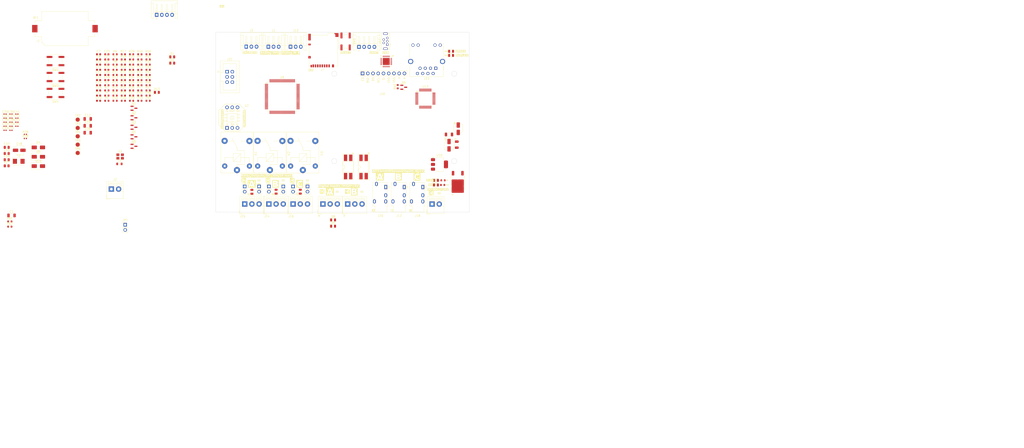
<source format=kicad_pcb>
(kicad_pcb (version 20240108) (generator "pcbnew") (generator_version "8.0")
  (layers (0 "F.Cu" signal) (31 "B.Cu" signal) (34 "B.Paste" user) (35 "F.Paste" user) (36 "B.SilkS" user "B.Silkscreen") (37 "F.SilkS" user "F.Silkscreen") (38 "B.Mask" user) (39 "F.Mask" user) (44 "Edge.Cuts" user))
  (net 0 "")
  (net 1 "GND")
  (net 2 "+12V")
  (net 3 "+5V")
  (net 4 "Net-(D1-A)")
  (net 5 "Net-(D2-A)")
  (net 6 "Net-(D3-A)")
  (net 7 "Net-(J8-Pin_2)")
  (net 8 "Net-(J9-Pin_2)")
  (net 9 "Net-(J17-VBUS)")
  (net 10 "+3.3V")
  (net 11 "+3V3")
  (net 12 "SD_D0")
  (net 13 "rst")
  (net 14 "GND1")
  (net 15 "Net-(U13-XI{slash}CLKIN)")
  (net 16 "Net-(U13-XO)")
  (net 17 "Net-(U13-1V2O)")
  (net 18 "TC")
  (net 19 "Net-(U13-TOCAP)")
  (net 20 "RC")
  (net 21 "RD-")
  (net 22 "Net-(C37-Pad2)")
  (net 23 "RD+")
  (net 24 "DS18B20_DATA")
  (net 25 "Net-(C38-Pad2)")
  (net 26 "0-5V_IN_A")
  (net 27 "Net-(R6-Pad1)")
  (net 28 "DIG_IN_B")
  (net 29 "Net-(R22-Pad1)")
  (net 30 "DIG_IN_A")
  (net 31 "+3.3VA")
  (net 32 "Net-(U9-VDD)")
  (net 33 "Net-(U9-~{DTR})")
  (net 34 "Net-(D4-A)")
  (net 35 "Net-(D5-A)")
  (net 36 "Net-(D6-A)")
  (net 37 "Net-(D7-A)")
  (net 38 "Net-(D8-A)")
  (net 39 "Net-(D9-A)")
  (net 40 "Net-(D10-A)")
  (net 41 "SD_D1")
  (net 42 "Net-(D12-A)")
  (net 43 "Net-(D13-A)")
  (net 44 "Net-(D14-A)")
  (net 45 "Net-(D15-A)")
  (net 46 "LED_A")
  (net 47 "MOSI")
  (net 48 "MISO")
  (net 49 "Net-(J2-Pin_1)")
  (net 50 "Net-(J2-Pin_2)")
  (net 51 "SDA_5V")
  (net 52 "SCL_5V")
  (net 53 "0-5V_IN_B")
  (net 54 "Net-(J14-Pin_1)")
  (net 55 "Net-(J11-Pin_1)")
  (net 56 "Net-(J14-Pin_2)")
  (net 57 "Net-(J15-Pin_1)")
  (net 58 "Net-(J15-Pin_3)")
  (net 59 "Net-(J15-Pin_2)")
  (net 60 "Net-(J16-Pin_3)")
  (net 61 "Net-(J16-Pin_2)")
  (net 62 "Net-(J16-Pin_1)")
  (net 64 "Net-(J17-D+)")
  (net 65 "Net-(J17-D-)")
  (net 67 "Net-(Q1-B)")
  (net 68 "Net-(Q2-B)")
  (net 69 "Net-(Q3-B)")
  (net 70 "D_OUT_C")
  (net 71 "LED_B")
  (net 72 "Net-(R15-Pad1)")
  (net 73 "Net-(R16-Pad1)")
  (net 74 "D_OUT_A")
  (net 75 "D_OUT_B")
  (net 76 "Net-(JP1-B)")
  (net 77 "SD_CMD")
  (net 78 "BOOT_0")
  (net 79 "Net-(U13-TXN)")
  (net 80 "TD-")
  (net 81 "TD+")
  (net 82 "Net-(U13-TXP)")
  (net 83 "Net-(U13-RXN)")
  (net 84 "Net-(U13-RXP)")
  (net 85 "Net-(U13-LINKLED)")
  (net 86 "ETHERNET_LED_A")
  (net 87 "Net-(U13-ACTLED)")
  (net 88 "ETHERNET_LED_B")
  (net 89 "Net-(U13-EXRES1)")
  (net 90 "Net-(U13-SPDLED)")
  (net 91 "Net-(U13-DUPLED)")
  (net 92 "uC_RX")
  (net 93 "uC_TX")
  (net 113 "SD_SCK")
  (net 115 "ETH_INT")
  (net 127 "Net-(BT1-+)")
  (net 128 "BUTTON_IN")
  (net 129 "Net-(U6-PH0)")
  (net 130 "Net-(U6-PH1)")
  (net 131 "Net-(J1-Pin_2)")
  (net 132 "Net-(U2-Out)")
  (net 134 "SD_D2")
  (net 135 "SD_D3")
  (net 136 "Net-(J13-Pin_2)")
  (net 137 "SCK")
  (net 138 "SDA_1")
  (net 139 "SCL_1")
  (net 140 "5V_voltage_detect")
  (net 141 "Net-(U6-PC13)")
  (net 142 "IN_voltage_detect")
  (net 143 "PRESSURE_IN")
  (net 144 "SD_DET")
  (net 147 "SDA_2")
  (net 148 "ETH_RST")
  (net 150 "SDA_3")
  (net 152 "SCL_2")
  (net 157 "CURRENT_SENSOR_SUPPLY_1.65V")
  (net 166 "Net-(D11-A)")
  (net 167 "DISPLAY_SCL")
  (net 168 "DISPLAY_CS")
  (net 169 "DISPLAY_RSE")
  (net 170 "DISPLAY_SI")
  (net 171 "DISPLAY_RS")
  (net 172 "Net-(J10-Pin_9)")
  (net 173 "Net-(Q6-B)")
  (net 174 "DISPLAY_BG_LED")
  (net 175 "ETH_CS")
  (net 176 "SCL_3")
  (net 180 "SD_CS")
  (net 187 "DAC_0-10V")
  (net 194 "CURRENT_SENSOR_B")
  (net 200 "CURRENT_SENSOR_C")
  (net 208 "CURRENT_SENSOR_A")
  (footprint "Connector_PinHeader_2.54mm:PinHeader_1x02_P2.54mm_Vertical" (layer "F.Cu") (at 177.75 112.475)
    (property "Reference" "J11")
    (property "Value" "GND")
  )
  (footprint "Capacitor_SMD:C_1206_3216Metric" (layer "F.Cu") (at 82.7475 82.98)
    (property "Reference" "C18")
    (property "Value" "C100nF")
  )
  (footprint "Connector_PinHeader_2.54mm:PinHeader_1x02_P2.54mm_Vertical" (layer "F.Cu") (at 170.75 112.46)
    (property "Reference" "J6")
    (property "Value" "VIN")
  )
  (footprint "Resistor_SMD:R_0603_1608Metric" (layer "F.Cu") (at 100.0575 63.27)
    (property "Reference" "R23")
    (property "Value" "R330")
  )
  (footprint "Resistor_SMD:R_0603_1608Metric" (layer "F.Cu") (at 96.0475 70.8)
    (property "Reference" "R16")
    (property "Value" "R620")
  )
  (footprint "Button_Switch_SMD:SW_Push_1P1T_NO_CK_KSC7xxJ" (layer "F.Cu") (at 67.1 51.5)
    (property "Reference" "SW1")
    (property "Value" "SET")
  )
  (footprint "Capacitor_SMD:CP_Elec_4x5.4" (layer "F.Cu") (at 49.4975 94.88)
    (property "Reference" "C48")
    (property "Value" "C_330nF")
  )
  (footprint "Resistor_SMD:R_0603_1608Metric" (layer "F.Cu") (at 104.0675 48.21)
    (property "Reference" "R29")
    (property "Value" "R1k")
  )
  (footprint "Inductor_SMD:L_0805_2012Metric" (layer "F.Cu") (at 98.1475 101.5)
    (property "Reference" "L1")
    (property "Value" "L600OHM")
  )
  (footprint "Resistor_SMD:R_0603_1608Metric" (layer "F.Cu") (at 108.0775 50.72)
    (property "Reference" "R41")
    (property "Value" "R33")
  )
  (footprint "Capacitor_SMD:C_0402_1005Metric" (layer "F.Cu") (at 45.4775 81.23)
    (property "Reference" "C38")
    (property "Value" "C6.8nF")
  )
  (footprint "Package_QFP:LQFP-48_7x7mm_P0.5mm" (layer "F.Cu") (at 246.75 69.75)
    (property "Reference" "U13")
    (property "Value" "W5500")
  )
  (footprint "Resistor_SMD:R_0603_1608Metric" (layer "F.Cu") (at 96.0475 58.25)
    (property "Reference" "R11")
    (property "Value" "R330")
  )
  (footprint "TerminalBlock_4Ucon:TerminalBlock_4Ucon_1x03_P3.50mm_Vertical" (layer "F.Cu") (at 170.75 121)
    (property "Reference" "J14")
    (property "Value" "RELAY_OUT_B")
  )
  (footprint "Resistor_SMD:R_0603_1608Metric" (layer "F.Cu") (at 108.0775 68.29)
    (property "Reference" "R48")
    (property "Value" "R1k")
  )
  (footprint "Crystal:Crystal_SMD_5032-2Pin_5.0x3.2mm" (layer "F.Cu") (at 49.2475 100.23)
    (property "Reference" "Y2")
    (property "Value" "Crystal")
  )
  (footprint "LED_SMD:LED_0805_2012Metric" (layer "F.Cu") (at 174.25 115 90)
    (property "Reference" "D6")
    (property "Value" "LED_OUT_B")
  )
  (footprint "Resistor_SMD:R_0603_1608Metric" (layer "F.Cu") (at 233.3125 63.95 90)
    (property "Reference" "R60")
    (property "Value" "R2.2k")
  )
  (footprint "Resistor_SMD:R_0603_1608Metric" (layer "F.Cu") (at 112.0875 53.23)
    (property "Reference" "R52")
    (property "Value" "R49.9")
  )
  (footprint "Package_TO_SOT_SMD:SOT-223-3_TabPin2" (layer "F.Cu") (at 253.6 101.75)
    (property "Reference" "U10")
    (property "Value" "AMS1117-3.3")
  )
  (footprint "Resistor_SMD:R_0603_1608Metric" (layer "F.Cu") (at 100.0575 58.25)
    (property "Reference" "R21")
    (property "Value" "R10k")
  )
  (footprint "TestPoint:TestPoint_Pad_D2.0mm" (layer "F.Cu") (at 77.8975 92.13)
    (property "Reference" "TP5")
    (property "Value" "GND")
  )
  (footprint "Resistor_SMD:R_0603_1608Metric" (layer "F.Cu") (at 96.0475 63.27)
    (property "Reference" "R13")
    (property "Value" "R10k")
  )
  (footprint "Resistor_SMD:R_0603_1608Metric" (layer "F.Cu") (at 100.0575 70.8)
    (property "Reference" "R26")
    (property "Value" "R10k")
  )
  (footprint "Diode_SMD:D_SMA" (layer "F.Cu") (at 58.7925 93.49)
    (property "Reference" "D4")
    (property "Value" "D")
  )
  (footprint "Connector_Audio:Jack_3.5mm_PJ320E_Horizontal" (layer "F.Cu") (at 245.5 112.75 180)
    (property "Reference" "J18")
    (property "Value" "AudioJack4_Ground")
  )
  (footprint "Connector_PinHeader_2.54mm:PinHeader_1x02_P2.54mm_Vertical" (layer "F.Cu") (at 166 112.46)
    (property "Reference" "J24")
    (property "Value" "GND")
  )
  (footprint "Resistor_SMD:R_0603_1608Metric" (layer "F.Cu") (at 108.0775 53.23)
    (property "Reference" "R42")
    (property "Value" "R33")
  )
  (footprint "Connector_JST:JST_EH_S3B-EH_1x03_P2.50mm_Horizontal" (layer "F.Cu") (at 181.25 44.5325)
    (property "Reference" "J13")
    (property "Value" "0-5V_ANALOG_IN_B")
  )
  (footprint "Package_TO_SOT_SMD:TO-252-2" (layer "F.Cu") (at 262.475 111.065 -90)
    (property "Reference" "U1")
    (property "Value" "LM78M05_TO252")
  )
  (footprint "Capacitor_SMD:C_0603_1608Metric" (layer "F.Cu") (at 88.0275 58.25)
    (property "Reference" "C13")
    (property "Value" "C100nF")
  )
  (footprint "TerminalBlock_4Ucon:TerminalBlock_4Ucon_1x03_P3.50mm_Vertical" (layer "F.Cu") (at 197 121)
    (property "Reference" "J8")
    (property "Value" "12-24V_IN_A")
  )
  (footprint "Resistor_SMD:R_0603_1608Metric" (layer "F.Cu") (at 108.0775 65.78)
    (property "Reference" "R47")
    (property "Value" "R10")
  )
  (footprint "Capacitor_SMD:C_1206_3216Metric" (layer "F.Cu") (at 82.7475 86.33)
    (property "Reference" "C28")
    (property "Value" "C1nF")
  )
  (footprint "Capacitor_SMD:C_0603_1608Metric" (layer "F.Cu") (at 88.0275 65.78)
    (property "Reference" "C16")
    (property "Value" "C100nF")
  )
  (footprint "Relay_THT:Relay_SPDT_SANYOU_SRD_Series_Form_C" (layer "F.Cu") (at 187.25 104.5 90)
    (property "Reference" "K3")
    (property "Value" "SANYOU_SRD_Form_C")
  )
  (footprint "Resistor_SMD:R_0805_2012Metric" (layer "F.Cu") (at 43.3775 102.46)
    (property "Reference" "R27")
    (property "Value" "R120")
  )
  (footprint "Capacitor_SMD:C_1206_3216Metric" (layer "F.Cu") (at 82.7475 79.63)
    (property "Reference" "C12")
    (property "Value" "C100uF")
  )
  (footprint "Connector_PinHeader_2.54mm:PinHeader_1x02_P2.54mm_Vertical" (layer "F.Cu") (at 182.5 112.475)
    (property "Reference" "J22")
    (property "Value" "VIN")
  )
  (footprint "Capacitor_SMD:C_0402_1005Metric" (layer "F.Cu") (at 45.4775 85.17)
    (property "Reference" "C40")
    (property "Value" "C100nF")
  )
  (footprint "MountingHole:MountingHole_3.2mm_M3_DIN965" (layer "F.Cu") (at 149 41.25)
    (property "Reference" "H2" (hide yes))
    (property "Value" "MH")
  )
  (footprint "TerminalBlock_4Ucon:TerminalBlock_4Ucon_1x02_P3.50mm_Vertical" (layer "F.Cu") (at 94.25 113.75)
    (property "Reference" "J2")
    (property "Value" "RS485")
  )
  (footprint "Resistor_SMD:R_0603_1608Metric" (layer "F.Cu") (at 96.0475 48.21)
    (property "Reference" "R6")
    (property "Value" "R470")
  )
  (footprint "Package_TO_SOT_SMD:SOT-23" (layer "F.Cu") (at 105.2175 88.33)
    (property "Reference" "Q4")
    (property "Value" "BSS138")
  )
  (footprint "Resistor_SMD:R_0603_1608Metric" (layer "F.Cu") (at 104.0675 63.27)
    (property "Reference" "R35")
    (property "Value" "R1k")
  )
  (footprint "Resistor_SMD:R_0603_1608Metric" (layer "F.Cu") (at 255.15 111.75)
    (property "Reference" "R10")
    (property "Value" "R330")
  )
  (footprint "Crystal:Crystal_SMD_3225-4Pin_3.2x2.5mm" (layer "F.Cu") (at 98.4975 97.9)
    (property "Reference" "Y3")
    (property "Value" "Crystal_25MHz")
  )
  (footprint "Resistor_SMD:R_0603_1608Metric" (layer "F.Cu") (at 108.0775 48.21)
    (property "Reference" "R40")
    (property "Value" "R33")
  )
  (footprint "Capacitor_SMD:C_0402_1005Metric" (layer "F.Cu") (at 48.3475 81.23)
    (property "Reference" "C43")
    (property "Value" "C100nF")
  )
  (footprint "Battery:BatteryHolder_Keystone_1060_1x2032" (layer "F.Cu") (at 71.6975 35.730467)
    (property "Reference" "BT1")
    (property "Value" "Battery_Cell")
  )
  (footprint "Diode_SMD:D_SMA" (layer "F.Cu") (at 58.7925 102.59)
    (property "Reference" "D15")
    (property "Value" "D")
  )
  (footprint "TerminalBlock_4Ucon:TerminalBlock_4Ucon_1x03_P3.50mm_Vertical" (layer "F.Cu") (at 182.5 121)
    (property "Reference" "J16")
    (property "Value" "RELAY_OUT_C")
  )
  (footprint "Capacitor_SMD:C_0603_1608Metric" (layer "F.Cu") (at 92.0375 55.74)
    (property "Reference" "C34")
    (property "Value" "C22nF")
  )
  (footprint "Capacitor_SMD:CP_Elec_4x5.4" (layer "F.Cu") (at 262.72 84.4 90)
    (property "Reference" "C6")
    (property "Value" "C_330nF")
  )
  (footprint "LED_SMD:LED_0805_2012Metric" (layer "F.Cu") (at 162.5 115.0625 90)
    (property "Reference" "D7")
    (property "Value" "LED_OUT_A")
  )
  (footprint "Capacitor_SMD:C_0603_1608Metric" (layer "F.Cu") (at 92.0375 58.25)
    (property "Reference" "C36")
    (property "Value" "C10nF")
  )
  (footprint "Connector_Audio:Jack_3.5mm_PJ320E_Horizontal" (layer "F.Cu") (at 236.5 112.75 180)
    (property "Reference" "J12")
    (property "Value" "AudioJack4_Ground")
  )
  (footprint "Package_TO_SOT_SMD:SOT-23" (layer "F.Cu") (at 105.2175 79.08)
    (property "Reference" "Q2")
    (property "Value" "MMBT5551L")
  )
  (footprint "Resistor_SMD:R_0402_1005Metric" (layer "F.Cu") (at 52.4775 87.15)
    (property "Reference" "R28")
    (property "Value" "R1M")
  )
  (footprint "Resistor_SMD:R_0603_1608Metric" (layer "F.Cu") (at 96.0475 55.74)
    (property "Reference" "R9")
    (property "Value" "R330")
  )
  (footprint "Resistor_SMD:R_0603_1608Metric" (layer "F.Cu") (at 92.0375 63.27)
    (property "Reference" "R2")
    (property "Value" "R330")
  )
  (footprint "Resistor_SMD:R_0603_1608Metric" (layer "F.Cu") (at 112.0875 60.76)
    (property "Reference" "R55")
    (property "Value" "R1k")
  )
  (footprint "LED_SMD:LED_0805_2012Metric" (layer "F.Cu") (at 201.9375 128.75)
    (property "Reference" "D8")
    (property "Value" "LED_OUT_A")
  )
  (footprint "Resistor_SMD:R_0603_1608Metric" (layer "F.Cu") (at 104.0675 60.76)
    (property "Reference" "R34")
    (property "Value" "R10k")
  )
  (footprint "Package_QFP:LQFP-100_14x14mm_P0.5mm" (layer "F.Cu") (at 177.25 68.75)
    (property "Reference" "U6")
    (property "Value" "STM32F407VGTx")
  )
  (footprint "LED_SMD:LED_0805_2012Metric" (layer "F.Cu") (at 123.8125 49.46)
    (property "Reference" "D1")
    (property "Value" "LED_A")
  )
  (footprint "Resistor_SMD:R_0603_1608Metric" (layer "F.Cu") (at 104.0675 70.8)
    (property "Reference" "R39")
    (property "Value" "R10k")
  )
  (footprint "Capacitor_SMD:C_0402_1005Metric" (layer "F.Cu") (at 45.4775 77.29)
    (property "Reference" "C35")
    (property "Value" "C4.7uF")
  )
  (footprint "Capacitor_SMD:C_0603_1608Metric" (layer "F.Cu") (at 92.0375 60.76)
    (property "Reference" "C49")
    (property "Value" "C100nF")
  )
  (footprint "Resistor_SMD:R_0402_1005Metric" (layer "F.Cu") (at 52.4775 89.14)
    (property "Reference" "R38")
    (property "Value" "R1M")
  )
  (footprint "LED_SMD:LED_0805_2012Metric" (layer "F.Cu") (at 186 115 90)
    (property "Reference" "D14")
    (property "Value" "LED_OUT_C")
  )
  (footprint "TestPoint:TestPoint_Pad_D2.0mm" (layer "F.Cu") (at 77.8975 96.18)
    (property "Reference" "TP6")
    (property "Value" "3.3V")
  )
  (footprint "Capacitor_SMD:C_0402_1005Metric" (layer "F.Cu") (at 42.6075 79.26)
    (property "Reference" "C21")
    (property "Value" "C22pF")
  )
  (footprint "Resistor_SMD:R_0603_1608Metric" (layer "F.Cu") (at 100.0575 48.21)
    (property "Reference" "R17")
    (property "Value" "R2.2k")
  )
  (footprint "Capacitor_SMD:C_0603_1608Metric" (layer "F.Cu") (at 88.0275 60.76)
    (property "Reference" "C14")
    (property "Value" "C100nF")
  )
  (footprint "Resistor_SMD:R_0603_1608Metric" (layer "F.Cu") (at 255.325 109.5)
    (property "Reference" "R1")
    (property "Value" "R330")
  )
  (footprint "LED_SMD:LED_0805_2012Metric" (layer "F.Cu") (at 259.25 46.75)
    (property "Reference" "D10")
    (property "Value" "LED_SPD")
  )
  (footprint "Resistor_SMD:R_0603_1608Metric" (layer "F.Cu") (at 44.925 129.49)
    (property "Reference" "R61")
    (property "Value" "R1k")
  )
  (footprint "Capacitor_SMD:C_0805_2012Metric" (layer "F.Cu") (at 43.3975 99.48)
    (property "Reference" "C50")
    (property "Value" "C10uF")
  )
  (footprint "Capacitor_SMD:C_0402_1005Metric" (layer "F.Cu") (at 48.3475 83.2)
    (property "Reference" "C44")
    (property "Value" "C100nF")
  )
  (footprint "Capacitor_SMD:C_0402_1005Metric" (layer "F.Cu") (at 42.6075 81.23)
    (property "Reference" "C29")
    (property "Value" "C18pF")
  )
  (footprint "Resistor_SMD:R_0603_1608Metric" (layer "F.Cu") (at 92.0375 65.78)
    (property "Reference" "R3")
    (property "Value" "R2.2k")
  )
  (footprint "TestPoint:TestPoint_Pad_D2.0mm" (layer "F.Cu") (at 77.8975 84.03)
    (property "Reference" "TP3")
    (property "Value" "RX")
  )
  (footprint "TerminalBlock_4Ucon:TerminalBlock_4Ucon_1x03_P3.50mm_Vertical" (layer "F.Cu") (at 209 121)
    (property "Reference" "J9")
    (property "Value" "12-24V_IN_B")
  )
  (footprint "Capacitor_SMD:C_0805_2012Metric" (layer "F.Cu") (at 43.3975 93.46)
    (property "Reference" "C32")
    (property "Value" "C10uF")
  )
  (footprint "Resistor_SMD:R_0603_1608Metric" (layer "F.Cu") (at 112.0875 58.25)
    (property "Reference" "R54")
    (property "Value" "R330")
  )
  (footprint "Resistor_SMD:R_0603_1608Metric" (layer "F.Cu") (at 92.0375 68.29)
    (property "Reference" "R4")
    (property "Value" "R10k")
  )
  (footprint "Resistor_SMD:R_0603_1608Metric" (layer "F.Cu") (at 96.0475 68.29)
    (property "Reference" "R15")
    (property "Value" "R330")
  )
  (footprint "Package_DIP:DIP-4_W8.89mm_SMDSocket_LongPads" (layer "F.Cu") (at 209.25 102.99 90)
    (property "Reference" "U4")
    (property "Value" "EL817")
  )
  (footprint "Capacitor_SMD:C_1206_3216Metric" (layer "F.Cu") (at 258.22 87.2)
    (property "Reference" "C4")
    (property "Value" "C100nF")
  )
  (footprint "Diode_SMD:D_SMA" (layer "F.Cu") (at 58.7925 98.04)
    (property "Reference" "D5")
    (property "Value" "D")
  )
  (footprint "Capacitor_SMD:C_0603_1608Metric" (layer "F.Cu") (at 92.0375 48.21)
    (property "Reference" "C23")
    (property "Value" "C100nF")
  )
  (footprint "Resistor_SMD:R_0603_1608Metric" (layer "F.Cu") (at 112.0875 65.78)
    (property "Reference" "R57")
    (property "Value" "R1k")
  )
  (footprint "Connector_PinHeader_2.54mm:PinHeader_1x02_P2.54mm_Vertical" (layer "F.Cu") (at 189.5 112.46)
    (property "Reference" "J19")
    (property "Value" "GND")
  )
  (footprint "Resistor_SMD:R_0603_1608Metric" (layer "F.Cu") (at 104.0675 58.25)
    (property "Reference" "R33")
    (property "Value" "R10k")
  )
  (footprint "Relay_THT:Relay_SPDT_SANYOU_SRD_Series_Form_C" (layer "F.Cu") (at 171.25 104.5 90)
    (property "Reference" "K2")
    (property "Value" "SANYOU_SRD_Form_C")
  )
  (footprint "LED_SMD:LED_0805_2012Metric" (layer "F.Cu") (at 201.9375 131.79)
    (property "Reference" "D9")
    (property "Value" "LED_OUT_B")
  )
  (footprint "LED_SMD:LED_0805_2012Metric" (layer "F.Cu") (at 123.8125 52.5)
    (property "Reference" "D3")
    (property "Value" "LED_B")
  )
  (footprint "Capacitor_SMD:C_0603_1608Metric" (layer "F.Cu") (at 88.0275 70.8)
    (property "Reference" "C19")
    (property "Value" "C100nF")
  )
  (footprint "Capacitor_SMD:C_0402_1005Metric" (layer "F.Cu") (at 45.4775 79.26)
    (property "Reference" "C37")
    (property "Value" "C6.8nF")
  )
  (footprint "Resistor_SMD:R_0603_1608Metric" (layer "F.Cu") (at 104.0675 68.29)
    (property "Reference" "R37")
    (property "Value" "R10k")
  )
  (footprint "Resistor_SMD:R_0603_1608Metric" (layer "F.Cu") (at 112.0875 50.72)
    (property "Reference" "R51")
    (property "Value" "R49.9")
  )
  (footprint "Display:GMG12864_06D" (layer "F.Cu") (at 231.51 78.92)
    (property "Reference" "J10")
    (property "Value" "LCD")
    (fp_circle (center -29 -21.25) (end -27.75 -21.25) (stroke (width 0.1)) (fill none) (layer "Edge.Cuts"))
    (fp_circle (center -29 21.25) (end -27.75 21.25) (stroke (width 0.1)) (fill none) (layer "Edge.Cuts"))
    (fp_circle (center 29.25 -21.25) (end 30.5 -21.25) (stroke (width 0.1)) (fill none) (layer "Edge.Cuts"))
    (fp_circle (center 29.25 21.25) (end 30.5 21.25) (stroke (width 0.1)) (fill none) (layer "Edge.Cuts"))
  )
  (footprint "Resistor_SMD:R_0603_1608Metric" (layer "F.Cu") (at 112.0875 48.21)
    (property "Reference" "R50")
    (property "Value" "R49.9")
  )
  (footprint "MountingHole:MountingHole_3.2mm_M3_DIN965" (layer "F.Cu") (at 264 41.25)
    (property "Reference" "H5" (hide yes))
    (property "Value" "MH")
  )
  (footprint "Resistor_SMD:R_0603_1608Metric" (layer "F.Cu") (at 100.0575 68.29)
    (property "Reference" "R25")
    (property "Value" "R4.7k")
  )
  (footprint "Resistor_SMD:R_0603_1608Metric" (layer "F.Cu") (at 96.0475 60.76)
    (property "Reference" "R12")
    (property "Value" "R10k")
  )
  (footprint "Capacitor_SMD:C_0603_1608Metric" (layer "F.Cu") (at 88.0275 68.29)
    (property "Reference" "C17")
    (property "Value" "C100nF")
  )
  (footprint "Resistor_SMD:R_0603_1608Metric" (layer "F.Cu") (at 100.0575 55.74)
    (property "Reference" "R20")
    (property "Value" "R330")
  )
  (footprint "Connector_JST:JST_EH_S4B-EH_1x04_P2.50mm_Horizontal" (layer "F.Cu") (at 116.25 29.0325)
    (property "Reference" "J5" (hide yes))
    (property "Value" "I2C")
  )
  (footprint "Resistor_SMD:R_0603_1608Metric" (layer "F.Cu") (at 108.0775 63.27)
    (property "Reference" "R46")
    (property "Value" "R12K4")
  )
  (footprint "Resistor_SMD:R_0603_1608Metric" (layer "F.Cu") (at 112.0875 68.29)
    (property "Reference" "R58")
    (property "Value" "R1k")
  )
  (footprint "Resistor_SMD:R_0603_1608Metric" (layer "F.Cu") (at 108.0775 55.74)
    (property "Reference" "R43")
    (property "Value" "R33")
  )
  (footprint "TerminalBlock_4Ucon:TerminalBlock_4Ucon_1x03_P3.50mm_Vertical" (layer "F.Cu") (at 159 121)
    (property "Reference" "J15")
    (property "Value" "RELAY_OUT_A")
  )
  (footprint "Resistor_SMD:R_0603_1608Metric" (layer "F.Cu") (at 108.0775 70.8)
    (property "Reference" "R49")
    (property "Value" "R49.9")
  )
  (footprint "Resistor_SMD:R_0603_1608Metric" (layer "F.Cu") (at 108.0775 60.76)
    (property "Reference" "R45")
    (property "Value" "R330")
  )
  (footprint "Connector_JST:JST_EH_S4B-EH_1x04_P2.50mm_Horizontal" (layer "F.Cu") (at 214.5 44.6)
    (property "Reference" "J5" (hide yes))
    (property "Value" "I2C")
  )
  (footprint "Package_TO_SOT_SMD:SOT-23" (layer "F.Cu") (at 105.2175 83.705)
    (property "Reference" "Q3")
    (property "Value" "MMBT5551L")
  )
  (footprint "Sensor_Pressure:XGZP6847A" (layer "F.Cu") (at 152.96 79.08)
    (property "Reference" "U2")
    (property "Value" "~")
  )
  (footprint "LED_SMD:LED_0805_2012Metric" (layer "F.Cu") (at 251.9 111.75)
    (property "Reference" "D2")
    (property "Value" "LED_PWR")
  )
  (footprint "Capacitor_SMD:C_0805_2012Metric" (layer "F.Cu") (at 43.3975 96.47)
    (property "Reference" "C45")
    (property "Value" "C10uF")
  )
  (footprint "Capacitor_SMD:C_0603_1608Metric" (layer "F.Cu") (at 92.0375 53.23)
    (property "Reference" "C31")
    (property "Value" "C100nF")
  )
  (footprint "LED_SMD:LED_0805_2012Metric" (layer "F.Cu") (at 251.9 109.5)
    (property "Reference" "D11")
    (property "Value" "LED_3.3V_PWR")
  )
  (footprint "Capacitor_SMD:C_0603_1608Metric" (layer "F.Cu") (at 88.0275 53.23)
    (property "Reference" "C10")
    (property "Value" "C100nF")
  )
  (footprint "Connector_USB:USB_Mini-B_Tensility_54-00023_Vertical" (layer "F.Cu") (at 228.25 43.4675 90)
    (property "Reference" "J17")
    (property "Value" "USB_B_Mini")
  )
  (footprint "Package_DFN_QFN:QFN-28-1EP_5x5mm_P0.5mm_EP3.35x3.35mm" (layer "F.Cu") (at 227.75 51.7)
    (property "Reference" "U9")
    (property "Value" "CP2102N-A01-GQFN28")
  )
  (footprint "Capacitor_SMD:C_0603_1608Metric" (layer "F.Cu") (at 88.0275 48.21)
    (property "Reference" "C7")
    (property "Value" "C100nF")
  )
  (footprint "Capacitor_SMD:C_0402_1005Metric" (layer "F.Cu") (at 42.6075 83.2)
    (property "Reference" "C30")
    (property "Value" "C18pF")
  )
  (footprint "Package_TO_SOT_SMD:SOT-23" (layer "F.Cu") (at 105.2175 74.455)
    (property "Reference" "Q1")
    (property "Value" "MMBT5551L")
  )
  (footprint "Resistor_SMD:R_0603_1608Metric" (layer "F.Cu") (at 112.0875 55.74)
    (property "Reference" "R53")
    (property "Value" "R330")
  )
  (footprint "Capacitor_SMD:C_1206_3216Metric" (layer "F.Cu") (at 262 92.15 -90)
    (property "Reference" "C5")
    (property "Value" "C100nF")
  )
  (footprint "Capacitor_SMD:C_0402_1005Metric" (layer "F.Cu") (at 42.6075 85.17)
    (property "Reference" "C33")
    (property "Value" "C10nF")
  )
  (footprint "Resistor_SMD:R_0603_1608Metric" (layer "F.Cu") (at 104.0675 53.23)
    (property "Reference" "R31")
    (property "Value" "R10k")
  )
  (footprint "TerminalBlock_4Ucon:TerminalBlock_4Ucon_1x02_P3.50mm_Vertical" (layer "F.Cu") (at 250 121.045)
    (property "Reference" "J4" (hide yes))
    (property "Value" "12-24V")
  )
  (footprint "Resistor_SMD:R_0603_1608Metric" (layer "F.Cu") (at 108.0775 58.25)
    (property "Reference" "R44")
    (property "Value" "R330")
  )
  (footprint "Capacitor_SMD:C_0603_1608Metric" (layer "F.Cu") (at 92.0375 50.72)
    (property "Reference" "C27")
    (property "Value" "C100nF")
  )
  (footprint "Capacitor_SMD:C_0402_1005Metric" (layer "F.Cu") (at 48.3475 79.26)
    (property "Reference" "C42")
    (property "Value" "C100nF")
  )
  (footprint "Resistor_SMD:R_0603_1608Metric" (layer "F.Cu") (at 104.0675 65.78)
    (property "Reference" "R36")
    (property "Value" "R10k")
  )
  (footprint "Resistor_SMD:R_0603_1608Metric" (layer "F.Cu") (at 100.0575 53.23)
    (property "Reference" "R19")
    (property "Value" "R330")
  )
  (footprint "Resistor_SMD:R_0603_1608Metric" (layer "F.Cu") (at 44.925 132)
    (property "Reference" "R62")
    (property "Value" "R1k")
  )
  (footprint "Capacitor_SMD:CP_Elec_4x5.4" (layer "F.Cu") (at 258.25 92.4 -90)
    (property "Reference" "C3")
    (property "Value" "C_330nF")
  )
  (footprint "Connector_JST:JST_EH_S3B-EH_1x03_P2.50mm_Horizontal" (layer "F.Cu") (at 159.75 44.5)
    (property "Reference" "J3")
    (property "Value" "DS18B20")
  )
  (footprint "Button_Switch_SMD:SW_Push_1P1T_NO_CK_KSC7xxJ" (layer "F.Cu") (at 67.1 67)
    (property "Reference" "SW4")
    (property "Value" "MINUS")
  )
  (footprint "Capacitor_SMD:C_0603_1608Metric" (layer "F.Cu") (at 88.0275 63.27)
    (property "Reference" "C15")
    (property "Value" "C100nF")
  )
  (footprint "Package_TO_SOT_SMD:SOT-23" (layer "F.Cu") (at 236.25 64.25)
    (property "Reference" "Q6")
    (property "Value" "MMBT5551L")
  )
  (footprint "Connector_RJ:RJ45_Hanrun_HR911105A_Horizontal" (layer "F.Cu") (at 251.79 55 180)
    (property "Reference" "J23")
    (property "Value" "HR911105A")
  )
  (footprint "Button_Switch_SMD:SW_Push_1P1T_NO_CK_KSC7xxJ" (layer "F.Cu") (at 208 41.9675 90)
    (property "Reference" "SW5")
    (property "Value" "RST")
  )
  (footprint "Resistor_SMD:R_0603_1608Metric" (layer "F.Cu") (at 92.0375 70.8)
    (property "Reference" "R5")
    (property "Value" "R10k")
  )
  (footprint "Connector_Card:microSD_HC_Hirose_DM3BT-DSF-PEJS" (layer "F.Cu") (at 197.22 46.215 180)
    (property "Reference" "J7")
    (property "Value" "Micro_SD_Card_Det_Hirose_DM3AT")
  )
  (footprint "LED_SMD:LED_0805_2012Metric" (layer "F.Cu") (at 259.25 48.75)
    (property "Reference" "D12")
    (property "Value" "LED_DUP")
  )
  (footprint "Package_TO_SOT_SMD:SOT-23" (layer "F.Cu") (at 105.2175 92.955)
    (property "Reference" "Q5")
    (property "Value" "BSS138")
  )
  (footprint "Resistor_SMD:R_0603_1608Metric" (layer "F.Cu") (at 104.0675 55.74)
    (property "Reference" "R32")
    (property "Value" "R1k")
  )
  (footprint "Connector_PinHeader_2.54mm:PinHeader_1x02_P2.54mm_Vertical" (layer "F.Cu") (at 100.96 131.08)
    (property "Reference" "JP1")
    (property "Value" "termination_jumper")
  )
  (footprint "Package_DIP:DIP-4_W8.89mm_SMDSocket_LongPads" (layer "F.Cu") (at 216.75 103 90)
    (property "Reference" "U3")
    (property "Value" "EL817")
  )
  (footprint "Resistor_SMD:R_0603_1608Metric" (layer "F.Cu") (at 112.0875 70.8)
    (property "Reference" "R59")
    (property "Value" "R10k")
  )
  (footprint "Resistor_SMD:R_0603_1608Metric" (layer "F.Cu") (at 96.0475 50.72)
    (property "Reference" "R7")
    (property "Value" "R10k")
  )
  (footprint "MountingHole:MountingHole_3.2mm_M3_DIN965" (layer "F.Cu") (at 149 121.25)
    (property "Reference" "H1" (hide yes))
    (property "Value" "MH")
  )
  (footprint "Capacitor_SMD:C_1206_3216Metric" (layer "F.Cu") (at 45.745 126.56)
    (property "Reference" "C1")
    (property "Value" "C100uF")
  )
  (footprint "Button_Switch_SMD:SW_Push_1P1T_NO_CK_KSC7xxJ" (layer "F.Cu") (at 67.1 59.25)
    (property "Reference" "SW3")
    (property "Value" "PLUS")
  )
  (footprint "Capacitor_SMD:C_0603_1608Metric" (layer "F.Cu") (at 88.0275 50.72)
    (property "Reference" "C8")
    (property "Value" "C100nF")
  )
  (footprint "Capacitor_SMD:C_0603_1608Metric" (layer "F.Cu") (at 88.0275 55.74)
    (property "Reference" "C11")
    (property "Value" "C100nF")
  )
  (footprint "Resistor_SMD:R_0603_1608Metric" (layer "F.Cu") (at 100.0575 65.78)
    (property "Reference" "R24")
    (property "Value" "R330")
  )
  (footprint "MountingHole:MountingHole_3.2mm_M3_DIN965" (layer "F.Cu") (at 264 121.25)
    (property "Reference" "H3" (hide yes))
    (property "Value" "MH")
  )
  (footprint "Connector_PinHeader_2.54mm:PinHeader_1x02_P2.54mm_Vertical" (layer "F.Cu") (at 159 112.475)
    (property "Reference" "J25")
    (property "Value" "VIN")
  )
  (footprint "Resistor_SMD:R_0603_1608Metric" (layer "F.Cu") (at 104.0675 50.72)
    (property "Reference" "R30")
    (property "Value" "R1k")
  )
  (footprint "Capacitor_SMD:C_0402_1005Metric" (layer "F.Cu") (at 48.3475 77.29)
    (property "Reference" "C41")
    (property "Value" "C100nF")
  )
  (footprint "Connector_JST:JST_EH_S3B-EH_1x03_P2.50mm_Horizontal" (layer "F.Cu") (at 170.5 44.5325)
    (property "Reference" "J1")
    (property "Value" "0-5V_ANALOG_IN_A")
  )
  (footprint "Resistor_SMD:R_0603_1608Metric" (layer "F.Cu") (at 112.0875 63.27)
    (property "Reference" "R56")
    (property "Value" "R1k")
  )
  (footprint "Resistor_SMD:R_0603_1608Metric" (layer "F.Cu") (at 100.0575 50.72)
    (property "Reference" "R18")
    (property "Value" "R2.2k")
  )
  (footprint "Connector_IDC:IDC-Header_2x03_P2.54mm_Vertical" (layer "F.Cu") (at 150.46 56.67)
    (property "Reference" "J21")
    (property "Value" "AVR-ISP-6")
  )
  (footprint "Connector_Audio:Jack_3.5mm_PJ320E_Horizontal" (layer "F.Cu") (at 227.5 112.75 180)
    (property "Reference" "J20")
    (property "Value" "AudioJack4_Ground")
  )
  (footprint "Capacitor_SMD:C_0402_1005Metric" (layer "F.Cu") (at 42.6075 77.29)
    (property "Reference" "C20")
    (property "Value" "C22pF")
  )
  (footprint "TestPoint:TestPoint_Pad_D2.0mm" (layer "F.Cu") (at 77.8975 88.08)
    (property "Reference" "TP4")
    (property "Value" "TX")
  )
  (footprint "Resistor_SMD:R_0603_1608Metric" (layer "F.Cu") (at 96.0475 53.23)
    (property "Reference" "R8")
    (property "Value" "R1k")
  )
  (footprint "Resistor_SMD:R_0603_1608Metric" (layer "F.Cu") (at 100.0575 60.76)
    (property "Reference" "R22")
    (property "Value" "R470")
  )
  (footprint "Relay_THT:Relay_SPDT_SANYOU_SRD_Series_Form_C" (layer "F.Cu") (at 155.25 104.5 90)
    (property "Reference" "K1")
    (property "Value" "SANYOU_SRD_Form_C")
  )
  (footprint "Capacitor_SMD:C_0402_1005Metric" (layer "F.Cu") (at 45.4775 83.2)
    (property "Reference" "C39")
    (property "Value" "C100nF")
  )
  (footprint "TestPoint:TestPoint_Pad_D2.0mm" (layer "F.Cu") (at 77.8975 79.98)
    (property "Reference" "TP2")
    (property "Value" "BOOT_0")
  )
  (footprint "Resistor_SMD:R_0603_1608Metric" (layer "F.Cu") (at 96.0475 65.78)
    (property "Reference" "R14")
    (property "Value" "R10k")
  )
  (footprint "LED_SMD:LED_0805_2012Metric" (layer "F.Cu") (at 116.3375 66.715)
    (property "Reference" "D13")
    (property "Value" "LED_PC13")
  )
  (gr_rect (start 145 37.5) (end 268 125) (stroke (width 0.1)) (fill none) (layer "Edge.Cuts"))
  (gr_text "i2c" (at 149 25 0) (layer "F.SilkS" knockout) (effects (font (size 1 1) (thickness 0.25) (bold yes)) (justify right)))
  (gr_text "+" (at 210 115 0) (layer "F.SilkS" knockout) (effects (font (size 2 2) (thickness 0.25) (bold yes)) (justify right)))
  (gr_text "AC Current Sensor Inputs (0-1V)" (at 221 105 0) (layer "F.SilkS" knockout) (effects (font (size 1 1) (thickness 0.25) (bold yes)) (justify left)))
  (gr_text "Relay Outputs (DC 30V 5A max)" (at 157.25 107.25 0) (layer "F.SilkS" knockout) (effects (font (size 1 1) (thickness 0.25) (bold yes)) (justify left)))
  (gr_text "USB" (at 229 47.4675 0) (layer "F.SilkS" knockout) (effects (font (size 1 1) (thickness 0.25) (bold yes)) (justify right)))
  (gr_text "UART" (at 223.75 47.4675 0) (layer "F.SilkS" knockout) (effects (font (size 1 1) (thickness 0.25) (bold yes)) (justify right)))
  (gr_text "Analog IN A" (at 175.75 47.5 0) (layer "F.SilkS" knockout) (effects (font (size 1 1) (thickness 0.25) (bold yes)) (justify right)))
  (gr_text "A" (at 164 111.5 0) (layer "F.SilkS" knockout) (effects (font (size 3 3) (thickness 0.25) (bold yes)) (justify right)))
  (gr_text "B" (at 231 124.25 0) (layer "F.SilkS" knockout) (effects (font (size 1 1) (thickness 0.25) (bold yes)) (justify right)))
  (gr_text "+" (at 171.5 109.5 0) (layer "F.SilkS" knockout) (effects (font (size 2 2) (thickness 0.25) (bold yes)) (justify right)))
  (gr_text "A" (at 226.25 108 0) (layer "F.SilkS" knockout) (effects (font (size 3 3) (thickness 0.25) (bold yes)) (justify right)))
  (gr_text "+" (at 159.75 109.5 0) (layer "F.SilkS" knockout) (effects (font (size 2 2) (thickness 0.25) (bold yes)) (justify right)))
  (gr_text "DC IN 12-28V" (at 247.5 114 0) (layer "F.SilkS" knockout) (effects (font (size 1 1) (thickness 0.25) (bold yes)) (justify left)))
  (gr_text "3.3V" (at 247.15 109.5 0) (layer "F.SilkS" knockout) (effects (font (size 1 1) (thickness 0.25) (bold yes)) (justify left)))
  (gr_text "RESET" (at 210.25 47.9675 0) (layer "F.SilkS" knockout) (effects (font (size 1 1) (thickness 0.25) (bold yes)) (justify right bottom)))
  (gr_text "B" (at 213.75 115.25 0) (layer "F.SilkS" knockout) (effects (font (size 3 3) (thickness 0.25) (bold yes)) (justify right)))
  (gr_text "C" (at 240 124.25 0) (layer "F.SilkS" knockout) (effects (font (size 1 1) (thickness 0.25) (bold yes)) (justify right)))
  (gr_text "DS18B20" (at 165 47.4675 0) (layer "F.SilkS" knockout) (effects (font (size 1 1) (thickness 0.25) (bold yes)) (justify right)))
  (gr_text "A" (at 222 124.25 0) (layer "F.SilkS" knockout) (effects (font (size 1 1) (thickness 0.25) (bold yes)) (justify right)))
  (gr_text "SPEED" (at 261.25 46.79 0) (layer "F.SilkS" knockout) (effects (font (size 1 1) (thickness 0.25) (bold yes)) (justify left)))
  (gr_text "-" (at 166.5 109.5 0) (layer "F.SilkS" knockout) (effects (font (size 2 2) (thickness 0.25) (bold yes)) (justify right)))
  (gr_text "SD" (at 192.25 56.5 0) (layer "F.SilkS" knockout) (effects (font (size 1 1) (thickness 0.25) (bold yes)) (justify right bottom)))
  (gr_text "-" (at 254 115.75 0) (layer "F.SilkS" knockout) (effects (font (size 2 2) (thickness 0.25) (bold yes)) (justify right)))
  (gr_text "-" (at 204.5 115 0) (layer "F.SilkS" knockout) (effects (font (size 2 2) (thickness 0.25) (bold yes)) (justify right)))
  (gr_text "C" (at 187.25 111.5 0) (layer "F.SilkS" knockout) (effects (font (size 3 3) (thickness 0.25) (bold yes)) (justify right)))
  (gr_text "DUPLEX" (at 261.25 48.75 0) (layer "F.SilkS" knockout) (effects (font (size 1 1) (thickness 0.25) (bold yes)) (justify left)))
  (gr_text "Analog IN B" (at 185.75 47.5 0) (layer "F.SilkS" knockout) (effects (font (size 1 1) (thickness 0.25) (bold yes)) (justify right)))
  (gr_text "+" (at 250.75 115.75 0) (layer "F.SilkS" knockout) (effects (font (size 2 2) (thickness 0.25) (bold yes)) (justify right)))
  (gr_text "+" (at 183.25 109.5 0) (layer "F.SilkS" knockout) (effects (font (size 2 2) (thickness 0.25) (bold yes)) (justify right)))
  (gr_text "-" (at 216.5 115 0) (layer "F.SilkS" knockout) (effects (font (size 2 2) (thickness 0.25) (bold yes)) (justify right)))
  (gr_text "+" (at 197.75 115 0) (layer "F.SilkS" knockout) (effects (font (size 2 2) (thickness 0.25) (bold yes)) (justify right)))
  (gr_text "C" (at 244.25 108 0) (layer "F.SilkS" knockout) (effects (font (size 3 3) (thickness 0.25) (bold yes)) (justify right)))
  (gr_text "5V" (at 248.15 111.75 0) (layer "F.SilkS" knockout) (effects (font (size 1 1) (thickness 0.25) (bold yes)) (justify left)))
  (gr_text "-" (at 190 109.5 0) (layer "F.SilkS" knockout) (effects (font (size 2 2) (thickness 0.25) (bold yes)) (justify right)))
  (gr_text "Digital Inputs (HIGH >5V)" (at 194.75 112.25 0) (layer "F.SilkS" knockout) (effects (font (size 1 1) (thickness 0.25) (bold yes)) (justify left)))
  (gr_text "-" (at 178.25 109.5 0) (layer "F.SilkS" knockout) (effects (font (size 2 2) (thickness 0.25) (bold yes)) (justify right)))
  (gr_text "B" (at 175.5 111.5 0) (layer "F.SilkS" knockout) (effects (font (size 3 3) (thickness 0.25) (bold yes)) (justify right)))
  (gr_text "B" (at 235.25 108 0) (layer "F.SilkS" knockout) (effects (font (size 3 3) (thickness 0.25) (bold yes)) (justify right)))
  (gr_text "A" (at 202 115.25 0) (layer "F.SilkS" knockout) (effects (font (size 3 3) (thickness 0.25) (bold yes)) (justify right)))
)
</source>
